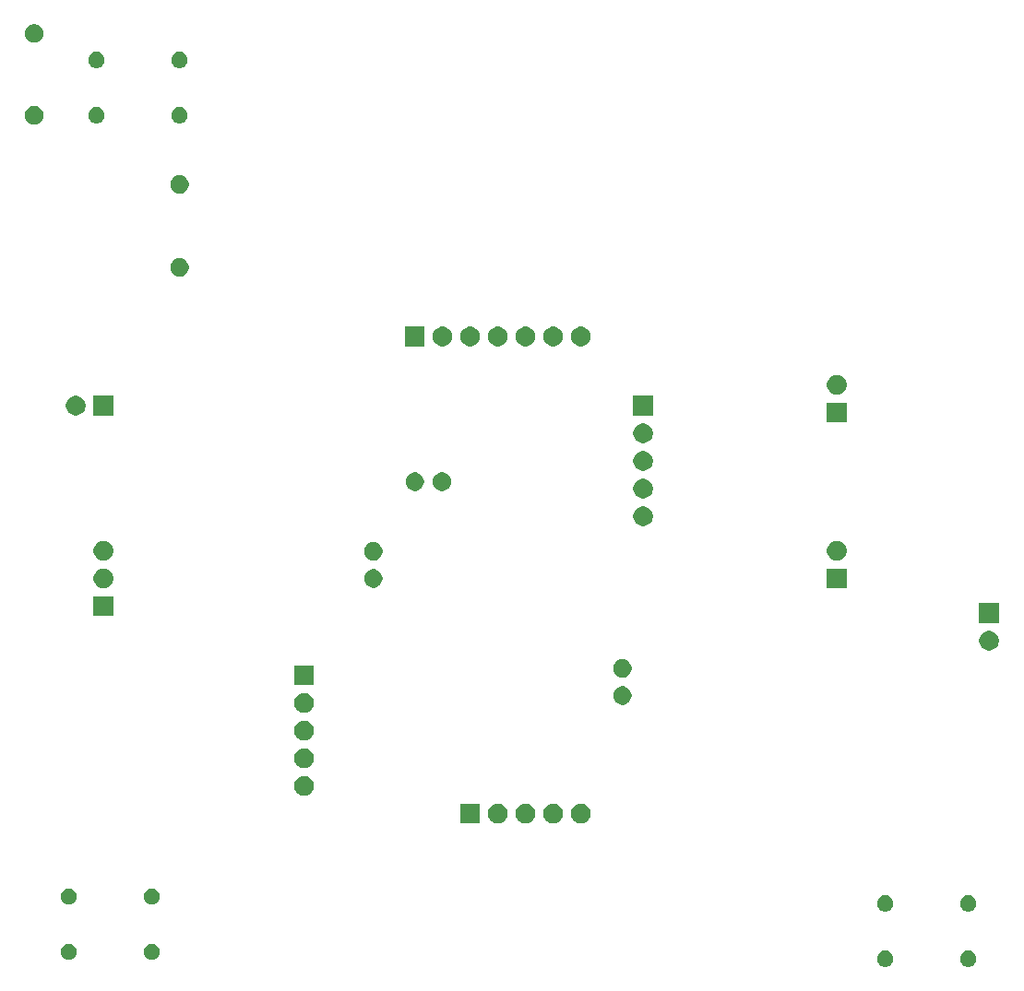
<source format=gbs>
G04 #@! TF.GenerationSoftware,KiCad,Pcbnew,5.1.5-52549c5~84~ubuntu18.04.1*
G04 #@! TF.CreationDate,2019-11-27T16:08:14-05:00*
G04 #@! TF.ProjectId,miniPCB,6d696e69-5043-4422-9e6b-696361645f70,rev?*
G04 #@! TF.SameCoordinates,Original*
G04 #@! TF.FileFunction,Soldermask,Bot*
G04 #@! TF.FilePolarity,Negative*
%FSLAX46Y46*%
G04 Gerber Fmt 4.6, Leading zero omitted, Abs format (unit mm)*
G04 Created by KiCad (PCBNEW 5.1.5-52549c5~84~ubuntu18.04.1) date 2019-11-27 16:08:14*
%MOMM*%
%LPD*%
G04 APERTURE LIST*
%ADD10C,0.100000*%
G04 APERTURE END LIST*
D10*
G36*
X178529425Y-121174599D02*
G01*
X178653621Y-121199302D01*
X178790022Y-121255801D01*
X178912779Y-121337825D01*
X179017175Y-121442221D01*
X179099199Y-121564978D01*
X179155698Y-121701379D01*
X179184500Y-121846181D01*
X179184500Y-121993819D01*
X179155698Y-122138621D01*
X179099199Y-122275022D01*
X179017175Y-122397779D01*
X178912779Y-122502175D01*
X178790022Y-122584199D01*
X178653621Y-122640698D01*
X178529425Y-122665401D01*
X178508820Y-122669500D01*
X178361180Y-122669500D01*
X178340575Y-122665401D01*
X178216379Y-122640698D01*
X178079978Y-122584199D01*
X177957221Y-122502175D01*
X177852825Y-122397779D01*
X177770801Y-122275022D01*
X177714302Y-122138621D01*
X177685500Y-121993819D01*
X177685500Y-121846181D01*
X177714302Y-121701379D01*
X177770801Y-121564978D01*
X177852825Y-121442221D01*
X177957221Y-121337825D01*
X178079978Y-121255801D01*
X178216379Y-121199302D01*
X178340575Y-121174599D01*
X178361180Y-121170500D01*
X178508820Y-121170500D01*
X178529425Y-121174599D01*
G37*
G36*
X170909425Y-121174599D02*
G01*
X171033621Y-121199302D01*
X171170022Y-121255801D01*
X171292779Y-121337825D01*
X171397175Y-121442221D01*
X171479199Y-121564978D01*
X171535698Y-121701379D01*
X171564500Y-121846181D01*
X171564500Y-121993819D01*
X171535698Y-122138621D01*
X171479199Y-122275022D01*
X171397175Y-122397779D01*
X171292779Y-122502175D01*
X171170022Y-122584199D01*
X171033621Y-122640698D01*
X170909425Y-122665401D01*
X170888820Y-122669500D01*
X170741180Y-122669500D01*
X170720575Y-122665401D01*
X170596379Y-122640698D01*
X170459978Y-122584199D01*
X170337221Y-122502175D01*
X170232825Y-122397779D01*
X170150801Y-122275022D01*
X170094302Y-122138621D01*
X170065500Y-121993819D01*
X170065500Y-121846181D01*
X170094302Y-121701379D01*
X170150801Y-121564978D01*
X170232825Y-121442221D01*
X170337221Y-121337825D01*
X170459978Y-121255801D01*
X170596379Y-121199302D01*
X170720575Y-121174599D01*
X170741180Y-121170500D01*
X170888820Y-121170500D01*
X170909425Y-121174599D01*
G37*
G36*
X103599425Y-120539599D02*
G01*
X103723621Y-120564302D01*
X103860022Y-120620801D01*
X103982779Y-120702825D01*
X104087175Y-120807221D01*
X104169199Y-120929978D01*
X104225698Y-121066379D01*
X104254500Y-121211181D01*
X104254500Y-121358819D01*
X104225698Y-121503621D01*
X104169199Y-121640022D01*
X104087175Y-121762779D01*
X103982779Y-121867175D01*
X103860022Y-121949199D01*
X103723621Y-122005698D01*
X103599425Y-122030401D01*
X103578820Y-122034500D01*
X103431180Y-122034500D01*
X103410575Y-122030401D01*
X103286379Y-122005698D01*
X103149978Y-121949199D01*
X103027221Y-121867175D01*
X102922825Y-121762779D01*
X102840801Y-121640022D01*
X102784302Y-121503621D01*
X102755500Y-121358819D01*
X102755500Y-121211181D01*
X102784302Y-121066379D01*
X102840801Y-120929978D01*
X102922825Y-120807221D01*
X103027221Y-120702825D01*
X103149978Y-120620801D01*
X103286379Y-120564302D01*
X103410575Y-120539599D01*
X103431180Y-120535500D01*
X103578820Y-120535500D01*
X103599425Y-120539599D01*
G37*
G36*
X95979425Y-120539599D02*
G01*
X96103621Y-120564302D01*
X96240022Y-120620801D01*
X96362779Y-120702825D01*
X96467175Y-120807221D01*
X96549199Y-120929978D01*
X96605698Y-121066379D01*
X96634500Y-121211181D01*
X96634500Y-121358819D01*
X96605698Y-121503621D01*
X96549199Y-121640022D01*
X96467175Y-121762779D01*
X96362779Y-121867175D01*
X96240022Y-121949199D01*
X96103621Y-122005698D01*
X95979425Y-122030401D01*
X95958820Y-122034500D01*
X95811180Y-122034500D01*
X95790575Y-122030401D01*
X95666379Y-122005698D01*
X95529978Y-121949199D01*
X95407221Y-121867175D01*
X95302825Y-121762779D01*
X95220801Y-121640022D01*
X95164302Y-121503621D01*
X95135500Y-121358819D01*
X95135500Y-121211181D01*
X95164302Y-121066379D01*
X95220801Y-120929978D01*
X95302825Y-120807221D01*
X95407221Y-120702825D01*
X95529978Y-120620801D01*
X95666379Y-120564302D01*
X95790575Y-120539599D01*
X95811180Y-120535500D01*
X95958820Y-120535500D01*
X95979425Y-120539599D01*
G37*
G36*
X178529425Y-116094599D02*
G01*
X178653621Y-116119302D01*
X178790022Y-116175801D01*
X178912779Y-116257825D01*
X179017175Y-116362221D01*
X179099199Y-116484978D01*
X179155698Y-116621379D01*
X179184500Y-116766181D01*
X179184500Y-116913819D01*
X179155698Y-117058621D01*
X179099199Y-117195022D01*
X179017175Y-117317779D01*
X178912779Y-117422175D01*
X178790022Y-117504199D01*
X178653621Y-117560698D01*
X178529425Y-117585401D01*
X178508820Y-117589500D01*
X178361180Y-117589500D01*
X178340575Y-117585401D01*
X178216379Y-117560698D01*
X178079978Y-117504199D01*
X177957221Y-117422175D01*
X177852825Y-117317779D01*
X177770801Y-117195022D01*
X177714302Y-117058621D01*
X177685500Y-116913819D01*
X177685500Y-116766181D01*
X177714302Y-116621379D01*
X177770801Y-116484978D01*
X177852825Y-116362221D01*
X177957221Y-116257825D01*
X178079978Y-116175801D01*
X178216379Y-116119302D01*
X178340575Y-116094599D01*
X178361180Y-116090500D01*
X178508820Y-116090500D01*
X178529425Y-116094599D01*
G37*
G36*
X170909425Y-116094599D02*
G01*
X171033621Y-116119302D01*
X171170022Y-116175801D01*
X171292779Y-116257825D01*
X171397175Y-116362221D01*
X171479199Y-116484978D01*
X171535698Y-116621379D01*
X171564500Y-116766181D01*
X171564500Y-116913819D01*
X171535698Y-117058621D01*
X171479199Y-117195022D01*
X171397175Y-117317779D01*
X171292779Y-117422175D01*
X171170022Y-117504199D01*
X171033621Y-117560698D01*
X170909425Y-117585401D01*
X170888820Y-117589500D01*
X170741180Y-117589500D01*
X170720575Y-117585401D01*
X170596379Y-117560698D01*
X170459978Y-117504199D01*
X170337221Y-117422175D01*
X170232825Y-117317779D01*
X170150801Y-117195022D01*
X170094302Y-117058621D01*
X170065500Y-116913819D01*
X170065500Y-116766181D01*
X170094302Y-116621379D01*
X170150801Y-116484978D01*
X170232825Y-116362221D01*
X170337221Y-116257825D01*
X170459978Y-116175801D01*
X170596379Y-116119302D01*
X170720575Y-116094599D01*
X170741180Y-116090500D01*
X170888820Y-116090500D01*
X170909425Y-116094599D01*
G37*
G36*
X95979425Y-115459599D02*
G01*
X96103621Y-115484302D01*
X96240022Y-115540801D01*
X96362779Y-115622825D01*
X96467175Y-115727221D01*
X96549199Y-115849978D01*
X96605698Y-115986379D01*
X96634500Y-116131181D01*
X96634500Y-116278819D01*
X96605698Y-116423621D01*
X96549199Y-116560022D01*
X96467175Y-116682779D01*
X96362779Y-116787175D01*
X96240022Y-116869199D01*
X96103621Y-116925698D01*
X95979425Y-116950401D01*
X95958820Y-116954500D01*
X95811180Y-116954500D01*
X95790575Y-116950401D01*
X95666379Y-116925698D01*
X95529978Y-116869199D01*
X95407221Y-116787175D01*
X95302825Y-116682779D01*
X95220801Y-116560022D01*
X95164302Y-116423621D01*
X95135500Y-116278819D01*
X95135500Y-116131181D01*
X95164302Y-115986379D01*
X95220801Y-115849978D01*
X95302825Y-115727221D01*
X95407221Y-115622825D01*
X95529978Y-115540801D01*
X95666379Y-115484302D01*
X95790575Y-115459599D01*
X95811180Y-115455500D01*
X95958820Y-115455500D01*
X95979425Y-115459599D01*
G37*
G36*
X103599425Y-115459599D02*
G01*
X103723621Y-115484302D01*
X103860022Y-115540801D01*
X103982779Y-115622825D01*
X104087175Y-115727221D01*
X104169199Y-115849978D01*
X104225698Y-115986379D01*
X104254500Y-116131181D01*
X104254500Y-116278819D01*
X104225698Y-116423621D01*
X104169199Y-116560022D01*
X104087175Y-116682779D01*
X103982779Y-116787175D01*
X103860022Y-116869199D01*
X103723621Y-116925698D01*
X103599425Y-116950401D01*
X103578820Y-116954500D01*
X103431180Y-116954500D01*
X103410575Y-116950401D01*
X103286379Y-116925698D01*
X103149978Y-116869199D01*
X103027221Y-116787175D01*
X102922825Y-116682779D01*
X102840801Y-116560022D01*
X102784302Y-116423621D01*
X102755500Y-116278819D01*
X102755500Y-116131181D01*
X102784302Y-115986379D01*
X102840801Y-115849978D01*
X102922825Y-115727221D01*
X103027221Y-115622825D01*
X103149978Y-115540801D01*
X103286379Y-115484302D01*
X103410575Y-115459599D01*
X103431180Y-115455500D01*
X103578820Y-115455500D01*
X103599425Y-115459599D01*
G37*
G36*
X133616000Y-109486000D02*
G01*
X131814000Y-109486000D01*
X131814000Y-107684000D01*
X133616000Y-107684000D01*
X133616000Y-109486000D01*
G37*
G36*
X135368512Y-107688927D02*
G01*
X135517812Y-107718624D01*
X135681784Y-107786544D01*
X135829354Y-107885147D01*
X135954853Y-108010646D01*
X136053456Y-108158216D01*
X136121376Y-108322188D01*
X136156000Y-108496259D01*
X136156000Y-108673741D01*
X136121376Y-108847812D01*
X136053456Y-109011784D01*
X135954853Y-109159354D01*
X135829354Y-109284853D01*
X135681784Y-109383456D01*
X135517812Y-109451376D01*
X135368512Y-109481073D01*
X135343742Y-109486000D01*
X135166258Y-109486000D01*
X135141488Y-109481073D01*
X134992188Y-109451376D01*
X134828216Y-109383456D01*
X134680646Y-109284853D01*
X134555147Y-109159354D01*
X134456544Y-109011784D01*
X134388624Y-108847812D01*
X134354000Y-108673741D01*
X134354000Y-108496259D01*
X134388624Y-108322188D01*
X134456544Y-108158216D01*
X134555147Y-108010646D01*
X134680646Y-107885147D01*
X134828216Y-107786544D01*
X134992188Y-107718624D01*
X135141488Y-107688927D01*
X135166258Y-107684000D01*
X135343742Y-107684000D01*
X135368512Y-107688927D01*
G37*
G36*
X137908512Y-107688927D02*
G01*
X138057812Y-107718624D01*
X138221784Y-107786544D01*
X138369354Y-107885147D01*
X138494853Y-108010646D01*
X138593456Y-108158216D01*
X138661376Y-108322188D01*
X138696000Y-108496259D01*
X138696000Y-108673741D01*
X138661376Y-108847812D01*
X138593456Y-109011784D01*
X138494853Y-109159354D01*
X138369354Y-109284853D01*
X138221784Y-109383456D01*
X138057812Y-109451376D01*
X137908512Y-109481073D01*
X137883742Y-109486000D01*
X137706258Y-109486000D01*
X137681488Y-109481073D01*
X137532188Y-109451376D01*
X137368216Y-109383456D01*
X137220646Y-109284853D01*
X137095147Y-109159354D01*
X136996544Y-109011784D01*
X136928624Y-108847812D01*
X136894000Y-108673741D01*
X136894000Y-108496259D01*
X136928624Y-108322188D01*
X136996544Y-108158216D01*
X137095147Y-108010646D01*
X137220646Y-107885147D01*
X137368216Y-107786544D01*
X137532188Y-107718624D01*
X137681488Y-107688927D01*
X137706258Y-107684000D01*
X137883742Y-107684000D01*
X137908512Y-107688927D01*
G37*
G36*
X140448512Y-107688927D02*
G01*
X140597812Y-107718624D01*
X140761784Y-107786544D01*
X140909354Y-107885147D01*
X141034853Y-108010646D01*
X141133456Y-108158216D01*
X141201376Y-108322188D01*
X141236000Y-108496259D01*
X141236000Y-108673741D01*
X141201376Y-108847812D01*
X141133456Y-109011784D01*
X141034853Y-109159354D01*
X140909354Y-109284853D01*
X140761784Y-109383456D01*
X140597812Y-109451376D01*
X140448512Y-109481073D01*
X140423742Y-109486000D01*
X140246258Y-109486000D01*
X140221488Y-109481073D01*
X140072188Y-109451376D01*
X139908216Y-109383456D01*
X139760646Y-109284853D01*
X139635147Y-109159354D01*
X139536544Y-109011784D01*
X139468624Y-108847812D01*
X139434000Y-108673741D01*
X139434000Y-108496259D01*
X139468624Y-108322188D01*
X139536544Y-108158216D01*
X139635147Y-108010646D01*
X139760646Y-107885147D01*
X139908216Y-107786544D01*
X140072188Y-107718624D01*
X140221488Y-107688927D01*
X140246258Y-107684000D01*
X140423742Y-107684000D01*
X140448512Y-107688927D01*
G37*
G36*
X142988512Y-107688927D02*
G01*
X143137812Y-107718624D01*
X143301784Y-107786544D01*
X143449354Y-107885147D01*
X143574853Y-108010646D01*
X143673456Y-108158216D01*
X143741376Y-108322188D01*
X143776000Y-108496259D01*
X143776000Y-108673741D01*
X143741376Y-108847812D01*
X143673456Y-109011784D01*
X143574853Y-109159354D01*
X143449354Y-109284853D01*
X143301784Y-109383456D01*
X143137812Y-109451376D01*
X142988512Y-109481073D01*
X142963742Y-109486000D01*
X142786258Y-109486000D01*
X142761488Y-109481073D01*
X142612188Y-109451376D01*
X142448216Y-109383456D01*
X142300646Y-109284853D01*
X142175147Y-109159354D01*
X142076544Y-109011784D01*
X142008624Y-108847812D01*
X141974000Y-108673741D01*
X141974000Y-108496259D01*
X142008624Y-108322188D01*
X142076544Y-108158216D01*
X142175147Y-108010646D01*
X142300646Y-107885147D01*
X142448216Y-107786544D01*
X142612188Y-107718624D01*
X142761488Y-107688927D01*
X142786258Y-107684000D01*
X142963742Y-107684000D01*
X142988512Y-107688927D01*
G37*
G36*
X117588512Y-105148927D02*
G01*
X117737812Y-105178624D01*
X117901784Y-105246544D01*
X118049354Y-105345147D01*
X118174853Y-105470646D01*
X118273456Y-105618216D01*
X118341376Y-105782188D01*
X118376000Y-105956259D01*
X118376000Y-106133741D01*
X118341376Y-106307812D01*
X118273456Y-106471784D01*
X118174853Y-106619354D01*
X118049354Y-106744853D01*
X117901784Y-106843456D01*
X117737812Y-106911376D01*
X117588512Y-106941073D01*
X117563742Y-106946000D01*
X117386258Y-106946000D01*
X117361488Y-106941073D01*
X117212188Y-106911376D01*
X117048216Y-106843456D01*
X116900646Y-106744853D01*
X116775147Y-106619354D01*
X116676544Y-106471784D01*
X116608624Y-106307812D01*
X116574000Y-106133741D01*
X116574000Y-105956259D01*
X116608624Y-105782188D01*
X116676544Y-105618216D01*
X116775147Y-105470646D01*
X116900646Y-105345147D01*
X117048216Y-105246544D01*
X117212188Y-105178624D01*
X117361488Y-105148927D01*
X117386258Y-105144000D01*
X117563742Y-105144000D01*
X117588512Y-105148927D01*
G37*
G36*
X117588512Y-102608927D02*
G01*
X117737812Y-102638624D01*
X117901784Y-102706544D01*
X118049354Y-102805147D01*
X118174853Y-102930646D01*
X118273456Y-103078216D01*
X118341376Y-103242188D01*
X118376000Y-103416259D01*
X118376000Y-103593741D01*
X118341376Y-103767812D01*
X118273456Y-103931784D01*
X118174853Y-104079354D01*
X118049354Y-104204853D01*
X117901784Y-104303456D01*
X117737812Y-104371376D01*
X117588512Y-104401073D01*
X117563742Y-104406000D01*
X117386258Y-104406000D01*
X117361488Y-104401073D01*
X117212188Y-104371376D01*
X117048216Y-104303456D01*
X116900646Y-104204853D01*
X116775147Y-104079354D01*
X116676544Y-103931784D01*
X116608624Y-103767812D01*
X116574000Y-103593741D01*
X116574000Y-103416259D01*
X116608624Y-103242188D01*
X116676544Y-103078216D01*
X116775147Y-102930646D01*
X116900646Y-102805147D01*
X117048216Y-102706544D01*
X117212188Y-102638624D01*
X117361488Y-102608927D01*
X117386258Y-102604000D01*
X117563742Y-102604000D01*
X117588512Y-102608927D01*
G37*
G36*
X117588512Y-100068927D02*
G01*
X117737812Y-100098624D01*
X117901784Y-100166544D01*
X118049354Y-100265147D01*
X118174853Y-100390646D01*
X118273456Y-100538216D01*
X118341376Y-100702188D01*
X118376000Y-100876259D01*
X118376000Y-101053741D01*
X118341376Y-101227812D01*
X118273456Y-101391784D01*
X118174853Y-101539354D01*
X118049354Y-101664853D01*
X117901784Y-101763456D01*
X117737812Y-101831376D01*
X117588512Y-101861073D01*
X117563742Y-101866000D01*
X117386258Y-101866000D01*
X117361488Y-101861073D01*
X117212188Y-101831376D01*
X117048216Y-101763456D01*
X116900646Y-101664853D01*
X116775147Y-101539354D01*
X116676544Y-101391784D01*
X116608624Y-101227812D01*
X116574000Y-101053741D01*
X116574000Y-100876259D01*
X116608624Y-100702188D01*
X116676544Y-100538216D01*
X116775147Y-100390646D01*
X116900646Y-100265147D01*
X117048216Y-100166544D01*
X117212188Y-100098624D01*
X117361488Y-100068927D01*
X117386258Y-100064000D01*
X117563742Y-100064000D01*
X117588512Y-100068927D01*
G37*
G36*
X117588512Y-97528927D02*
G01*
X117737812Y-97558624D01*
X117901784Y-97626544D01*
X118049354Y-97725147D01*
X118174853Y-97850646D01*
X118273456Y-97998216D01*
X118341376Y-98162188D01*
X118376000Y-98336259D01*
X118376000Y-98513741D01*
X118341376Y-98687812D01*
X118273456Y-98851784D01*
X118174853Y-98999354D01*
X118049354Y-99124853D01*
X117901784Y-99223456D01*
X117737812Y-99291376D01*
X117588512Y-99321073D01*
X117563742Y-99326000D01*
X117386258Y-99326000D01*
X117361488Y-99321073D01*
X117212188Y-99291376D01*
X117048216Y-99223456D01*
X116900646Y-99124853D01*
X116775147Y-98999354D01*
X116676544Y-98851784D01*
X116608624Y-98687812D01*
X116574000Y-98513741D01*
X116574000Y-98336259D01*
X116608624Y-98162188D01*
X116676544Y-97998216D01*
X116775147Y-97850646D01*
X116900646Y-97725147D01*
X117048216Y-97626544D01*
X117212188Y-97558624D01*
X117361488Y-97528927D01*
X117386258Y-97524000D01*
X117563742Y-97524000D01*
X117588512Y-97528927D01*
G37*
G36*
X146933228Y-96931703D02*
G01*
X147088100Y-96995853D01*
X147227481Y-97088985D01*
X147346015Y-97207519D01*
X147439147Y-97346900D01*
X147503297Y-97501772D01*
X147536000Y-97666184D01*
X147536000Y-97833816D01*
X147503297Y-97998228D01*
X147439147Y-98153100D01*
X147346015Y-98292481D01*
X147227481Y-98411015D01*
X147088100Y-98504147D01*
X146933228Y-98568297D01*
X146768816Y-98601000D01*
X146601184Y-98601000D01*
X146436772Y-98568297D01*
X146281900Y-98504147D01*
X146142519Y-98411015D01*
X146023985Y-98292481D01*
X145930853Y-98153100D01*
X145866703Y-97998228D01*
X145834000Y-97833816D01*
X145834000Y-97666184D01*
X145866703Y-97501772D01*
X145930853Y-97346900D01*
X146023985Y-97207519D01*
X146142519Y-97088985D01*
X146281900Y-96995853D01*
X146436772Y-96931703D01*
X146601184Y-96899000D01*
X146768816Y-96899000D01*
X146933228Y-96931703D01*
G37*
G36*
X118376000Y-96786000D02*
G01*
X116574000Y-96786000D01*
X116574000Y-94984000D01*
X118376000Y-94984000D01*
X118376000Y-96786000D01*
G37*
G36*
X146933228Y-94431703D02*
G01*
X147088100Y-94495853D01*
X147227481Y-94588985D01*
X147346015Y-94707519D01*
X147439147Y-94846900D01*
X147503297Y-95001772D01*
X147536000Y-95166184D01*
X147536000Y-95333816D01*
X147503297Y-95498228D01*
X147439147Y-95653100D01*
X147346015Y-95792481D01*
X147227481Y-95911015D01*
X147088100Y-96004147D01*
X146933228Y-96068297D01*
X146768816Y-96101000D01*
X146601184Y-96101000D01*
X146436772Y-96068297D01*
X146281900Y-96004147D01*
X146142519Y-95911015D01*
X146023985Y-95792481D01*
X145930853Y-95653100D01*
X145866703Y-95498228D01*
X145834000Y-95333816D01*
X145834000Y-95166184D01*
X145866703Y-95001772D01*
X145930853Y-94846900D01*
X146023985Y-94707519D01*
X146142519Y-94588985D01*
X146281900Y-94495853D01*
X146436772Y-94431703D01*
X146601184Y-94399000D01*
X146768816Y-94399000D01*
X146933228Y-94431703D01*
G37*
G36*
X180453512Y-91813927D02*
G01*
X180602812Y-91843624D01*
X180766784Y-91911544D01*
X180914354Y-92010147D01*
X181039853Y-92135646D01*
X181138456Y-92283216D01*
X181206376Y-92447188D01*
X181241000Y-92621259D01*
X181241000Y-92798741D01*
X181206376Y-92972812D01*
X181138456Y-93136784D01*
X181039853Y-93284354D01*
X180914354Y-93409853D01*
X180766784Y-93508456D01*
X180602812Y-93576376D01*
X180453512Y-93606073D01*
X180428742Y-93611000D01*
X180251258Y-93611000D01*
X180226488Y-93606073D01*
X180077188Y-93576376D01*
X179913216Y-93508456D01*
X179765646Y-93409853D01*
X179640147Y-93284354D01*
X179541544Y-93136784D01*
X179473624Y-92972812D01*
X179439000Y-92798741D01*
X179439000Y-92621259D01*
X179473624Y-92447188D01*
X179541544Y-92283216D01*
X179640147Y-92135646D01*
X179765646Y-92010147D01*
X179913216Y-91911544D01*
X180077188Y-91843624D01*
X180226488Y-91813927D01*
X180251258Y-91809000D01*
X180428742Y-91809000D01*
X180453512Y-91813927D01*
G37*
G36*
X181241000Y-91071000D02*
G01*
X179439000Y-91071000D01*
X179439000Y-89269000D01*
X181241000Y-89269000D01*
X181241000Y-91071000D01*
G37*
G36*
X99961000Y-90436000D02*
G01*
X98159000Y-90436000D01*
X98159000Y-88634000D01*
X99961000Y-88634000D01*
X99961000Y-90436000D01*
G37*
G36*
X167271000Y-87896000D02*
G01*
X165469000Y-87896000D01*
X165469000Y-86094000D01*
X167271000Y-86094000D01*
X167271000Y-87896000D01*
G37*
G36*
X99173512Y-86098927D02*
G01*
X99322812Y-86128624D01*
X99486784Y-86196544D01*
X99634354Y-86295147D01*
X99759853Y-86420646D01*
X99858456Y-86568216D01*
X99926376Y-86732188D01*
X99961000Y-86906259D01*
X99961000Y-87083741D01*
X99926376Y-87257812D01*
X99858456Y-87421784D01*
X99759853Y-87569354D01*
X99634354Y-87694853D01*
X99486784Y-87793456D01*
X99322812Y-87861376D01*
X99173512Y-87891073D01*
X99148742Y-87896000D01*
X98971258Y-87896000D01*
X98946488Y-87891073D01*
X98797188Y-87861376D01*
X98633216Y-87793456D01*
X98485646Y-87694853D01*
X98360147Y-87569354D01*
X98261544Y-87421784D01*
X98193624Y-87257812D01*
X98159000Y-87083741D01*
X98159000Y-86906259D01*
X98193624Y-86732188D01*
X98261544Y-86568216D01*
X98360147Y-86420646D01*
X98485646Y-86295147D01*
X98633216Y-86196544D01*
X98797188Y-86128624D01*
X98946488Y-86098927D01*
X98971258Y-86094000D01*
X99148742Y-86094000D01*
X99173512Y-86098927D01*
G37*
G36*
X124073228Y-86176703D02*
G01*
X124228100Y-86240853D01*
X124367481Y-86333985D01*
X124486015Y-86452519D01*
X124579147Y-86591900D01*
X124643297Y-86746772D01*
X124676000Y-86911184D01*
X124676000Y-87078816D01*
X124643297Y-87243228D01*
X124579147Y-87398100D01*
X124486015Y-87537481D01*
X124367481Y-87656015D01*
X124228100Y-87749147D01*
X124073228Y-87813297D01*
X123908816Y-87846000D01*
X123741184Y-87846000D01*
X123576772Y-87813297D01*
X123421900Y-87749147D01*
X123282519Y-87656015D01*
X123163985Y-87537481D01*
X123070853Y-87398100D01*
X123006703Y-87243228D01*
X122974000Y-87078816D01*
X122974000Y-86911184D01*
X123006703Y-86746772D01*
X123070853Y-86591900D01*
X123163985Y-86452519D01*
X123282519Y-86333985D01*
X123421900Y-86240853D01*
X123576772Y-86176703D01*
X123741184Y-86144000D01*
X123908816Y-86144000D01*
X124073228Y-86176703D01*
G37*
G36*
X99173512Y-83558927D02*
G01*
X99322812Y-83588624D01*
X99486784Y-83656544D01*
X99634354Y-83755147D01*
X99759853Y-83880646D01*
X99858456Y-84028216D01*
X99926376Y-84192188D01*
X99961000Y-84366259D01*
X99961000Y-84543741D01*
X99926376Y-84717812D01*
X99858456Y-84881784D01*
X99759853Y-85029354D01*
X99634354Y-85154853D01*
X99486784Y-85253456D01*
X99322812Y-85321376D01*
X99173512Y-85351073D01*
X99148742Y-85356000D01*
X98971258Y-85356000D01*
X98946488Y-85351073D01*
X98797188Y-85321376D01*
X98633216Y-85253456D01*
X98485646Y-85154853D01*
X98360147Y-85029354D01*
X98261544Y-84881784D01*
X98193624Y-84717812D01*
X98159000Y-84543741D01*
X98159000Y-84366259D01*
X98193624Y-84192188D01*
X98261544Y-84028216D01*
X98360147Y-83880646D01*
X98485646Y-83755147D01*
X98633216Y-83656544D01*
X98797188Y-83588624D01*
X98946488Y-83558927D01*
X98971258Y-83554000D01*
X99148742Y-83554000D01*
X99173512Y-83558927D01*
G37*
G36*
X166483512Y-83558927D02*
G01*
X166632812Y-83588624D01*
X166796784Y-83656544D01*
X166944354Y-83755147D01*
X167069853Y-83880646D01*
X167168456Y-84028216D01*
X167236376Y-84192188D01*
X167271000Y-84366259D01*
X167271000Y-84543741D01*
X167236376Y-84717812D01*
X167168456Y-84881784D01*
X167069853Y-85029354D01*
X166944354Y-85154853D01*
X166796784Y-85253456D01*
X166632812Y-85321376D01*
X166483512Y-85351073D01*
X166458742Y-85356000D01*
X166281258Y-85356000D01*
X166256488Y-85351073D01*
X166107188Y-85321376D01*
X165943216Y-85253456D01*
X165795646Y-85154853D01*
X165670147Y-85029354D01*
X165571544Y-84881784D01*
X165503624Y-84717812D01*
X165469000Y-84543741D01*
X165469000Y-84366259D01*
X165503624Y-84192188D01*
X165571544Y-84028216D01*
X165670147Y-83880646D01*
X165795646Y-83755147D01*
X165943216Y-83656544D01*
X166107188Y-83588624D01*
X166256488Y-83558927D01*
X166281258Y-83554000D01*
X166458742Y-83554000D01*
X166483512Y-83558927D01*
G37*
G36*
X124073228Y-83676703D02*
G01*
X124228100Y-83740853D01*
X124367481Y-83833985D01*
X124486015Y-83952519D01*
X124579147Y-84091900D01*
X124643297Y-84246772D01*
X124676000Y-84411184D01*
X124676000Y-84578816D01*
X124643297Y-84743228D01*
X124579147Y-84898100D01*
X124486015Y-85037481D01*
X124367481Y-85156015D01*
X124228100Y-85249147D01*
X124073228Y-85313297D01*
X123908816Y-85346000D01*
X123741184Y-85346000D01*
X123576772Y-85313297D01*
X123421900Y-85249147D01*
X123282519Y-85156015D01*
X123163985Y-85037481D01*
X123070853Y-84898100D01*
X123006703Y-84743228D01*
X122974000Y-84578816D01*
X122974000Y-84411184D01*
X123006703Y-84246772D01*
X123070853Y-84091900D01*
X123163985Y-83952519D01*
X123282519Y-83833985D01*
X123421900Y-83740853D01*
X123576772Y-83676703D01*
X123741184Y-83644000D01*
X123908816Y-83644000D01*
X124073228Y-83676703D01*
G37*
G36*
X148703512Y-80383927D02*
G01*
X148852812Y-80413624D01*
X149016784Y-80481544D01*
X149164354Y-80580147D01*
X149289853Y-80705646D01*
X149388456Y-80853216D01*
X149456376Y-81017188D01*
X149491000Y-81191259D01*
X149491000Y-81368741D01*
X149456376Y-81542812D01*
X149388456Y-81706784D01*
X149289853Y-81854354D01*
X149164354Y-81979853D01*
X149016784Y-82078456D01*
X148852812Y-82146376D01*
X148703512Y-82176073D01*
X148678742Y-82181000D01*
X148501258Y-82181000D01*
X148476488Y-82176073D01*
X148327188Y-82146376D01*
X148163216Y-82078456D01*
X148015646Y-81979853D01*
X147890147Y-81854354D01*
X147791544Y-81706784D01*
X147723624Y-81542812D01*
X147689000Y-81368741D01*
X147689000Y-81191259D01*
X147723624Y-81017188D01*
X147791544Y-80853216D01*
X147890147Y-80705646D01*
X148015646Y-80580147D01*
X148163216Y-80481544D01*
X148327188Y-80413624D01*
X148476488Y-80383927D01*
X148501258Y-80379000D01*
X148678742Y-80379000D01*
X148703512Y-80383927D01*
G37*
G36*
X148703512Y-77843927D02*
G01*
X148852812Y-77873624D01*
X149016784Y-77941544D01*
X149164354Y-78040147D01*
X149289853Y-78165646D01*
X149388456Y-78313216D01*
X149456376Y-78477188D01*
X149491000Y-78651259D01*
X149491000Y-78828741D01*
X149456376Y-79002812D01*
X149388456Y-79166784D01*
X149289853Y-79314354D01*
X149164354Y-79439853D01*
X149016784Y-79538456D01*
X148852812Y-79606376D01*
X148703512Y-79636073D01*
X148678742Y-79641000D01*
X148501258Y-79641000D01*
X148476488Y-79636073D01*
X148327188Y-79606376D01*
X148163216Y-79538456D01*
X148015646Y-79439853D01*
X147890147Y-79314354D01*
X147791544Y-79166784D01*
X147723624Y-79002812D01*
X147689000Y-78828741D01*
X147689000Y-78651259D01*
X147723624Y-78477188D01*
X147791544Y-78313216D01*
X147890147Y-78165646D01*
X148015646Y-78040147D01*
X148163216Y-77941544D01*
X148327188Y-77873624D01*
X148476488Y-77843927D01*
X148501258Y-77839000D01*
X148678742Y-77839000D01*
X148703512Y-77843927D01*
G37*
G36*
X130383228Y-77286703D02*
G01*
X130538100Y-77350853D01*
X130677481Y-77443985D01*
X130796015Y-77562519D01*
X130889147Y-77701900D01*
X130953297Y-77856772D01*
X130986000Y-78021184D01*
X130986000Y-78188816D01*
X130953297Y-78353228D01*
X130889147Y-78508100D01*
X130796015Y-78647481D01*
X130677481Y-78766015D01*
X130538100Y-78859147D01*
X130383228Y-78923297D01*
X130218816Y-78956000D01*
X130051184Y-78956000D01*
X129886772Y-78923297D01*
X129731900Y-78859147D01*
X129592519Y-78766015D01*
X129473985Y-78647481D01*
X129380853Y-78508100D01*
X129316703Y-78353228D01*
X129284000Y-78188816D01*
X129284000Y-78021184D01*
X129316703Y-77856772D01*
X129380853Y-77701900D01*
X129473985Y-77562519D01*
X129592519Y-77443985D01*
X129731900Y-77350853D01*
X129886772Y-77286703D01*
X130051184Y-77254000D01*
X130218816Y-77254000D01*
X130383228Y-77286703D01*
G37*
G36*
X127883228Y-77286703D02*
G01*
X128038100Y-77350853D01*
X128177481Y-77443985D01*
X128296015Y-77562519D01*
X128389147Y-77701900D01*
X128453297Y-77856772D01*
X128486000Y-78021184D01*
X128486000Y-78188816D01*
X128453297Y-78353228D01*
X128389147Y-78508100D01*
X128296015Y-78647481D01*
X128177481Y-78766015D01*
X128038100Y-78859147D01*
X127883228Y-78923297D01*
X127718816Y-78956000D01*
X127551184Y-78956000D01*
X127386772Y-78923297D01*
X127231900Y-78859147D01*
X127092519Y-78766015D01*
X126973985Y-78647481D01*
X126880853Y-78508100D01*
X126816703Y-78353228D01*
X126784000Y-78188816D01*
X126784000Y-78021184D01*
X126816703Y-77856772D01*
X126880853Y-77701900D01*
X126973985Y-77562519D01*
X127092519Y-77443985D01*
X127231900Y-77350853D01*
X127386772Y-77286703D01*
X127551184Y-77254000D01*
X127718816Y-77254000D01*
X127883228Y-77286703D01*
G37*
G36*
X148703512Y-75303927D02*
G01*
X148852812Y-75333624D01*
X149016784Y-75401544D01*
X149164354Y-75500147D01*
X149289853Y-75625646D01*
X149388456Y-75773216D01*
X149456376Y-75937188D01*
X149491000Y-76111259D01*
X149491000Y-76288741D01*
X149456376Y-76462812D01*
X149388456Y-76626784D01*
X149289853Y-76774354D01*
X149164354Y-76899853D01*
X149016784Y-76998456D01*
X148852812Y-77066376D01*
X148703512Y-77096073D01*
X148678742Y-77101000D01*
X148501258Y-77101000D01*
X148476488Y-77096073D01*
X148327188Y-77066376D01*
X148163216Y-76998456D01*
X148015646Y-76899853D01*
X147890147Y-76774354D01*
X147791544Y-76626784D01*
X147723624Y-76462812D01*
X147689000Y-76288741D01*
X147689000Y-76111259D01*
X147723624Y-75937188D01*
X147791544Y-75773216D01*
X147890147Y-75625646D01*
X148015646Y-75500147D01*
X148163216Y-75401544D01*
X148327188Y-75333624D01*
X148476488Y-75303927D01*
X148501258Y-75299000D01*
X148678742Y-75299000D01*
X148703512Y-75303927D01*
G37*
G36*
X148703512Y-72763927D02*
G01*
X148852812Y-72793624D01*
X149016784Y-72861544D01*
X149164354Y-72960147D01*
X149289853Y-73085646D01*
X149388456Y-73233216D01*
X149456376Y-73397188D01*
X149491000Y-73571259D01*
X149491000Y-73748741D01*
X149456376Y-73922812D01*
X149388456Y-74086784D01*
X149289853Y-74234354D01*
X149164354Y-74359853D01*
X149016784Y-74458456D01*
X148852812Y-74526376D01*
X148703512Y-74556073D01*
X148678742Y-74561000D01*
X148501258Y-74561000D01*
X148476488Y-74556073D01*
X148327188Y-74526376D01*
X148163216Y-74458456D01*
X148015646Y-74359853D01*
X147890147Y-74234354D01*
X147791544Y-74086784D01*
X147723624Y-73922812D01*
X147689000Y-73748741D01*
X147689000Y-73571259D01*
X147723624Y-73397188D01*
X147791544Y-73233216D01*
X147890147Y-73085646D01*
X148015646Y-72960147D01*
X148163216Y-72861544D01*
X148327188Y-72793624D01*
X148476488Y-72763927D01*
X148501258Y-72759000D01*
X148678742Y-72759000D01*
X148703512Y-72763927D01*
G37*
G36*
X167271000Y-72656000D02*
G01*
X165469000Y-72656000D01*
X165469000Y-70854000D01*
X167271000Y-70854000D01*
X167271000Y-72656000D01*
G37*
G36*
X149491000Y-72021000D02*
G01*
X147689000Y-72021000D01*
X147689000Y-70219000D01*
X149491000Y-70219000D01*
X149491000Y-72021000D01*
G37*
G36*
X96633512Y-70223927D02*
G01*
X96782812Y-70253624D01*
X96946784Y-70321544D01*
X97094354Y-70420147D01*
X97219853Y-70545646D01*
X97318456Y-70693216D01*
X97386376Y-70857188D01*
X97421000Y-71031259D01*
X97421000Y-71208741D01*
X97386376Y-71382812D01*
X97318456Y-71546784D01*
X97219853Y-71694354D01*
X97094354Y-71819853D01*
X96946784Y-71918456D01*
X96782812Y-71986376D01*
X96633512Y-72016073D01*
X96608742Y-72021000D01*
X96431258Y-72021000D01*
X96406488Y-72016073D01*
X96257188Y-71986376D01*
X96093216Y-71918456D01*
X95945646Y-71819853D01*
X95820147Y-71694354D01*
X95721544Y-71546784D01*
X95653624Y-71382812D01*
X95619000Y-71208741D01*
X95619000Y-71031259D01*
X95653624Y-70857188D01*
X95721544Y-70693216D01*
X95820147Y-70545646D01*
X95945646Y-70420147D01*
X96093216Y-70321544D01*
X96257188Y-70253624D01*
X96406488Y-70223927D01*
X96431258Y-70219000D01*
X96608742Y-70219000D01*
X96633512Y-70223927D01*
G37*
G36*
X99961000Y-72021000D02*
G01*
X98159000Y-72021000D01*
X98159000Y-70219000D01*
X99961000Y-70219000D01*
X99961000Y-72021000D01*
G37*
G36*
X166483512Y-68318927D02*
G01*
X166632812Y-68348624D01*
X166796784Y-68416544D01*
X166944354Y-68515147D01*
X167069853Y-68640646D01*
X167168456Y-68788216D01*
X167236376Y-68952188D01*
X167271000Y-69126259D01*
X167271000Y-69303741D01*
X167236376Y-69477812D01*
X167168456Y-69641784D01*
X167069853Y-69789354D01*
X166944354Y-69914853D01*
X166796784Y-70013456D01*
X166632812Y-70081376D01*
X166483512Y-70111073D01*
X166458742Y-70116000D01*
X166281258Y-70116000D01*
X166256488Y-70111073D01*
X166107188Y-70081376D01*
X165943216Y-70013456D01*
X165795646Y-69914853D01*
X165670147Y-69789354D01*
X165571544Y-69641784D01*
X165503624Y-69477812D01*
X165469000Y-69303741D01*
X165469000Y-69126259D01*
X165503624Y-68952188D01*
X165571544Y-68788216D01*
X165670147Y-68640646D01*
X165795646Y-68515147D01*
X165943216Y-68416544D01*
X166107188Y-68348624D01*
X166256488Y-68318927D01*
X166281258Y-68314000D01*
X166458742Y-68314000D01*
X166483512Y-68318927D01*
G37*
G36*
X128536000Y-65671000D02*
G01*
X126734000Y-65671000D01*
X126734000Y-63869000D01*
X128536000Y-63869000D01*
X128536000Y-65671000D01*
G37*
G36*
X140448512Y-63873927D02*
G01*
X140597812Y-63903624D01*
X140761784Y-63971544D01*
X140909354Y-64070147D01*
X141034853Y-64195646D01*
X141133456Y-64343216D01*
X141201376Y-64507188D01*
X141236000Y-64681259D01*
X141236000Y-64858741D01*
X141201376Y-65032812D01*
X141133456Y-65196784D01*
X141034853Y-65344354D01*
X140909354Y-65469853D01*
X140761784Y-65568456D01*
X140597812Y-65636376D01*
X140448512Y-65666073D01*
X140423742Y-65671000D01*
X140246258Y-65671000D01*
X140221488Y-65666073D01*
X140072188Y-65636376D01*
X139908216Y-65568456D01*
X139760646Y-65469853D01*
X139635147Y-65344354D01*
X139536544Y-65196784D01*
X139468624Y-65032812D01*
X139434000Y-64858741D01*
X139434000Y-64681259D01*
X139468624Y-64507188D01*
X139536544Y-64343216D01*
X139635147Y-64195646D01*
X139760646Y-64070147D01*
X139908216Y-63971544D01*
X140072188Y-63903624D01*
X140221488Y-63873927D01*
X140246258Y-63869000D01*
X140423742Y-63869000D01*
X140448512Y-63873927D01*
G37*
G36*
X130288512Y-63873927D02*
G01*
X130437812Y-63903624D01*
X130601784Y-63971544D01*
X130749354Y-64070147D01*
X130874853Y-64195646D01*
X130973456Y-64343216D01*
X131041376Y-64507188D01*
X131076000Y-64681259D01*
X131076000Y-64858741D01*
X131041376Y-65032812D01*
X130973456Y-65196784D01*
X130874853Y-65344354D01*
X130749354Y-65469853D01*
X130601784Y-65568456D01*
X130437812Y-65636376D01*
X130288512Y-65666073D01*
X130263742Y-65671000D01*
X130086258Y-65671000D01*
X130061488Y-65666073D01*
X129912188Y-65636376D01*
X129748216Y-65568456D01*
X129600646Y-65469853D01*
X129475147Y-65344354D01*
X129376544Y-65196784D01*
X129308624Y-65032812D01*
X129274000Y-64858741D01*
X129274000Y-64681259D01*
X129308624Y-64507188D01*
X129376544Y-64343216D01*
X129475147Y-64195646D01*
X129600646Y-64070147D01*
X129748216Y-63971544D01*
X129912188Y-63903624D01*
X130061488Y-63873927D01*
X130086258Y-63869000D01*
X130263742Y-63869000D01*
X130288512Y-63873927D01*
G37*
G36*
X132828512Y-63873927D02*
G01*
X132977812Y-63903624D01*
X133141784Y-63971544D01*
X133289354Y-64070147D01*
X133414853Y-64195646D01*
X133513456Y-64343216D01*
X133581376Y-64507188D01*
X133616000Y-64681259D01*
X133616000Y-64858741D01*
X133581376Y-65032812D01*
X133513456Y-65196784D01*
X133414853Y-65344354D01*
X133289354Y-65469853D01*
X133141784Y-65568456D01*
X132977812Y-65636376D01*
X132828512Y-65666073D01*
X132803742Y-65671000D01*
X132626258Y-65671000D01*
X132601488Y-65666073D01*
X132452188Y-65636376D01*
X132288216Y-65568456D01*
X132140646Y-65469853D01*
X132015147Y-65344354D01*
X131916544Y-65196784D01*
X131848624Y-65032812D01*
X131814000Y-64858741D01*
X131814000Y-64681259D01*
X131848624Y-64507188D01*
X131916544Y-64343216D01*
X132015147Y-64195646D01*
X132140646Y-64070147D01*
X132288216Y-63971544D01*
X132452188Y-63903624D01*
X132601488Y-63873927D01*
X132626258Y-63869000D01*
X132803742Y-63869000D01*
X132828512Y-63873927D01*
G37*
G36*
X135368512Y-63873927D02*
G01*
X135517812Y-63903624D01*
X135681784Y-63971544D01*
X135829354Y-64070147D01*
X135954853Y-64195646D01*
X136053456Y-64343216D01*
X136121376Y-64507188D01*
X136156000Y-64681259D01*
X136156000Y-64858741D01*
X136121376Y-65032812D01*
X136053456Y-65196784D01*
X135954853Y-65344354D01*
X135829354Y-65469853D01*
X135681784Y-65568456D01*
X135517812Y-65636376D01*
X135368512Y-65666073D01*
X135343742Y-65671000D01*
X135166258Y-65671000D01*
X135141488Y-65666073D01*
X134992188Y-65636376D01*
X134828216Y-65568456D01*
X134680646Y-65469853D01*
X134555147Y-65344354D01*
X134456544Y-65196784D01*
X134388624Y-65032812D01*
X134354000Y-64858741D01*
X134354000Y-64681259D01*
X134388624Y-64507188D01*
X134456544Y-64343216D01*
X134555147Y-64195646D01*
X134680646Y-64070147D01*
X134828216Y-63971544D01*
X134992188Y-63903624D01*
X135141488Y-63873927D01*
X135166258Y-63869000D01*
X135343742Y-63869000D01*
X135368512Y-63873927D01*
G37*
G36*
X137908512Y-63873927D02*
G01*
X138057812Y-63903624D01*
X138221784Y-63971544D01*
X138369354Y-64070147D01*
X138494853Y-64195646D01*
X138593456Y-64343216D01*
X138661376Y-64507188D01*
X138696000Y-64681259D01*
X138696000Y-64858741D01*
X138661376Y-65032812D01*
X138593456Y-65196784D01*
X138494853Y-65344354D01*
X138369354Y-65469853D01*
X138221784Y-65568456D01*
X138057812Y-65636376D01*
X137908512Y-65666073D01*
X137883742Y-65671000D01*
X137706258Y-65671000D01*
X137681488Y-65666073D01*
X137532188Y-65636376D01*
X137368216Y-65568456D01*
X137220646Y-65469853D01*
X137095147Y-65344354D01*
X136996544Y-65196784D01*
X136928624Y-65032812D01*
X136894000Y-64858741D01*
X136894000Y-64681259D01*
X136928624Y-64507188D01*
X136996544Y-64343216D01*
X137095147Y-64195646D01*
X137220646Y-64070147D01*
X137368216Y-63971544D01*
X137532188Y-63903624D01*
X137681488Y-63873927D01*
X137706258Y-63869000D01*
X137883742Y-63869000D01*
X137908512Y-63873927D01*
G37*
G36*
X142988512Y-63873927D02*
G01*
X143137812Y-63903624D01*
X143301784Y-63971544D01*
X143449354Y-64070147D01*
X143574853Y-64195646D01*
X143673456Y-64343216D01*
X143741376Y-64507188D01*
X143776000Y-64681259D01*
X143776000Y-64858741D01*
X143741376Y-65032812D01*
X143673456Y-65196784D01*
X143574853Y-65344354D01*
X143449354Y-65469853D01*
X143301784Y-65568456D01*
X143137812Y-65636376D01*
X142988512Y-65666073D01*
X142963742Y-65671000D01*
X142786258Y-65671000D01*
X142761488Y-65666073D01*
X142612188Y-65636376D01*
X142448216Y-65568456D01*
X142300646Y-65469853D01*
X142175147Y-65344354D01*
X142076544Y-65196784D01*
X142008624Y-65032812D01*
X141974000Y-64858741D01*
X141974000Y-64681259D01*
X142008624Y-64507188D01*
X142076544Y-64343216D01*
X142175147Y-64195646D01*
X142300646Y-64070147D01*
X142448216Y-63971544D01*
X142612188Y-63903624D01*
X142761488Y-63873927D01*
X142786258Y-63869000D01*
X142963742Y-63869000D01*
X142988512Y-63873927D01*
G37*
G36*
X106293228Y-57601703D02*
G01*
X106448100Y-57665853D01*
X106587481Y-57758985D01*
X106706015Y-57877519D01*
X106799147Y-58016900D01*
X106863297Y-58171772D01*
X106896000Y-58336184D01*
X106896000Y-58503816D01*
X106863297Y-58668228D01*
X106799147Y-58823100D01*
X106706015Y-58962481D01*
X106587481Y-59081015D01*
X106448100Y-59174147D01*
X106293228Y-59238297D01*
X106128816Y-59271000D01*
X105961184Y-59271000D01*
X105796772Y-59238297D01*
X105641900Y-59174147D01*
X105502519Y-59081015D01*
X105383985Y-58962481D01*
X105290853Y-58823100D01*
X105226703Y-58668228D01*
X105194000Y-58503816D01*
X105194000Y-58336184D01*
X105226703Y-58171772D01*
X105290853Y-58016900D01*
X105383985Y-57877519D01*
X105502519Y-57758985D01*
X105641900Y-57665853D01*
X105796772Y-57601703D01*
X105961184Y-57569000D01*
X106128816Y-57569000D01*
X106293228Y-57601703D01*
G37*
G36*
X106293228Y-49981703D02*
G01*
X106448100Y-50045853D01*
X106587481Y-50138985D01*
X106706015Y-50257519D01*
X106799147Y-50396900D01*
X106863297Y-50551772D01*
X106896000Y-50716184D01*
X106896000Y-50883816D01*
X106863297Y-51048228D01*
X106799147Y-51203100D01*
X106706015Y-51342481D01*
X106587481Y-51461015D01*
X106448100Y-51554147D01*
X106293228Y-51618297D01*
X106128816Y-51651000D01*
X105961184Y-51651000D01*
X105796772Y-51618297D01*
X105641900Y-51554147D01*
X105502519Y-51461015D01*
X105383985Y-51342481D01*
X105290853Y-51203100D01*
X105226703Y-51048228D01*
X105194000Y-50883816D01*
X105194000Y-50716184D01*
X105226703Y-50551772D01*
X105290853Y-50396900D01*
X105383985Y-50257519D01*
X105502519Y-50138985D01*
X105641900Y-50045853D01*
X105796772Y-49981703D01*
X105961184Y-49949000D01*
X106128816Y-49949000D01*
X106293228Y-49981703D01*
G37*
G36*
X92958228Y-43631703D02*
G01*
X93113100Y-43695853D01*
X93252481Y-43788985D01*
X93371015Y-43907519D01*
X93464147Y-44046900D01*
X93528297Y-44201772D01*
X93561000Y-44366184D01*
X93561000Y-44533816D01*
X93528297Y-44698228D01*
X93464147Y-44853100D01*
X93371015Y-44992481D01*
X93252481Y-45111015D01*
X93113100Y-45204147D01*
X92958228Y-45268297D01*
X92793816Y-45301000D01*
X92626184Y-45301000D01*
X92461772Y-45268297D01*
X92306900Y-45204147D01*
X92167519Y-45111015D01*
X92048985Y-44992481D01*
X91955853Y-44853100D01*
X91891703Y-44698228D01*
X91859000Y-44533816D01*
X91859000Y-44366184D01*
X91891703Y-44201772D01*
X91955853Y-44046900D01*
X92048985Y-43907519D01*
X92167519Y-43788985D01*
X92306900Y-43695853D01*
X92461772Y-43631703D01*
X92626184Y-43599000D01*
X92793816Y-43599000D01*
X92958228Y-43631703D01*
G37*
G36*
X106139425Y-43704599D02*
G01*
X106263621Y-43729302D01*
X106400022Y-43785801D01*
X106522779Y-43867825D01*
X106627175Y-43972221D01*
X106709199Y-44094978D01*
X106765698Y-44231379D01*
X106794500Y-44376181D01*
X106794500Y-44523819D01*
X106765698Y-44668621D01*
X106709199Y-44805022D01*
X106627175Y-44927779D01*
X106522779Y-45032175D01*
X106400022Y-45114199D01*
X106263621Y-45170698D01*
X106139425Y-45195401D01*
X106118820Y-45199500D01*
X105971180Y-45199500D01*
X105950575Y-45195401D01*
X105826379Y-45170698D01*
X105689978Y-45114199D01*
X105567221Y-45032175D01*
X105462825Y-44927779D01*
X105380801Y-44805022D01*
X105324302Y-44668621D01*
X105295500Y-44523819D01*
X105295500Y-44376181D01*
X105324302Y-44231379D01*
X105380801Y-44094978D01*
X105462825Y-43972221D01*
X105567221Y-43867825D01*
X105689978Y-43785801D01*
X105826379Y-43729302D01*
X105950575Y-43704599D01*
X105971180Y-43700500D01*
X106118820Y-43700500D01*
X106139425Y-43704599D01*
G37*
G36*
X98519425Y-43704599D02*
G01*
X98643621Y-43729302D01*
X98780022Y-43785801D01*
X98902779Y-43867825D01*
X99007175Y-43972221D01*
X99089199Y-44094978D01*
X99145698Y-44231379D01*
X99174500Y-44376181D01*
X99174500Y-44523819D01*
X99145698Y-44668621D01*
X99089199Y-44805022D01*
X99007175Y-44927779D01*
X98902779Y-45032175D01*
X98780022Y-45114199D01*
X98643621Y-45170698D01*
X98519425Y-45195401D01*
X98498820Y-45199500D01*
X98351180Y-45199500D01*
X98330575Y-45195401D01*
X98206379Y-45170698D01*
X98069978Y-45114199D01*
X97947221Y-45032175D01*
X97842825Y-44927779D01*
X97760801Y-44805022D01*
X97704302Y-44668621D01*
X97675500Y-44523819D01*
X97675500Y-44376181D01*
X97704302Y-44231379D01*
X97760801Y-44094978D01*
X97842825Y-43972221D01*
X97947221Y-43867825D01*
X98069978Y-43785801D01*
X98206379Y-43729302D01*
X98330575Y-43704599D01*
X98351180Y-43700500D01*
X98498820Y-43700500D01*
X98519425Y-43704599D01*
G37*
G36*
X106139425Y-38624599D02*
G01*
X106263621Y-38649302D01*
X106400022Y-38705801D01*
X106522779Y-38787825D01*
X106627175Y-38892221D01*
X106709199Y-39014978D01*
X106765698Y-39151379D01*
X106794500Y-39296181D01*
X106794500Y-39443819D01*
X106765698Y-39588621D01*
X106709199Y-39725022D01*
X106627175Y-39847779D01*
X106522779Y-39952175D01*
X106400022Y-40034199D01*
X106263621Y-40090698D01*
X106139425Y-40115401D01*
X106118820Y-40119500D01*
X105971180Y-40119500D01*
X105950575Y-40115401D01*
X105826379Y-40090698D01*
X105689978Y-40034199D01*
X105567221Y-39952175D01*
X105462825Y-39847779D01*
X105380801Y-39725022D01*
X105324302Y-39588621D01*
X105295500Y-39443819D01*
X105295500Y-39296181D01*
X105324302Y-39151379D01*
X105380801Y-39014978D01*
X105462825Y-38892221D01*
X105567221Y-38787825D01*
X105689978Y-38705801D01*
X105826379Y-38649302D01*
X105950575Y-38624599D01*
X105971180Y-38620500D01*
X106118820Y-38620500D01*
X106139425Y-38624599D01*
G37*
G36*
X98519425Y-38624599D02*
G01*
X98643621Y-38649302D01*
X98780022Y-38705801D01*
X98902779Y-38787825D01*
X99007175Y-38892221D01*
X99089199Y-39014978D01*
X99145698Y-39151379D01*
X99174500Y-39296181D01*
X99174500Y-39443819D01*
X99145698Y-39588621D01*
X99089199Y-39725022D01*
X99007175Y-39847779D01*
X98902779Y-39952175D01*
X98780022Y-40034199D01*
X98643621Y-40090698D01*
X98519425Y-40115401D01*
X98498820Y-40119500D01*
X98351180Y-40119500D01*
X98330575Y-40115401D01*
X98206379Y-40090698D01*
X98069978Y-40034199D01*
X97947221Y-39952175D01*
X97842825Y-39847779D01*
X97760801Y-39725022D01*
X97704302Y-39588621D01*
X97675500Y-39443819D01*
X97675500Y-39296181D01*
X97704302Y-39151379D01*
X97760801Y-39014978D01*
X97842825Y-38892221D01*
X97947221Y-38787825D01*
X98069978Y-38705801D01*
X98206379Y-38649302D01*
X98330575Y-38624599D01*
X98351180Y-38620500D01*
X98498820Y-38620500D01*
X98519425Y-38624599D01*
G37*
G36*
X92958228Y-36131703D02*
G01*
X93113100Y-36195853D01*
X93252481Y-36288985D01*
X93371015Y-36407519D01*
X93464147Y-36546900D01*
X93528297Y-36701772D01*
X93561000Y-36866184D01*
X93561000Y-37033816D01*
X93528297Y-37198228D01*
X93464147Y-37353100D01*
X93371015Y-37492481D01*
X93252481Y-37611015D01*
X93113100Y-37704147D01*
X92958228Y-37768297D01*
X92793816Y-37801000D01*
X92626184Y-37801000D01*
X92461772Y-37768297D01*
X92306900Y-37704147D01*
X92167519Y-37611015D01*
X92048985Y-37492481D01*
X91955853Y-37353100D01*
X91891703Y-37198228D01*
X91859000Y-37033816D01*
X91859000Y-36866184D01*
X91891703Y-36701772D01*
X91955853Y-36546900D01*
X92048985Y-36407519D01*
X92167519Y-36288985D01*
X92306900Y-36195853D01*
X92461772Y-36131703D01*
X92626184Y-36099000D01*
X92793816Y-36099000D01*
X92958228Y-36131703D01*
G37*
M02*

</source>
